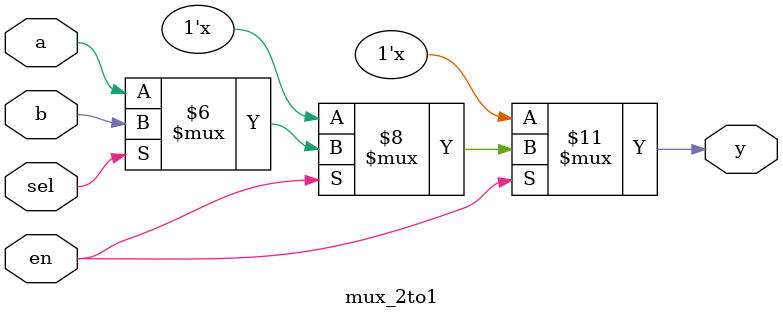
<source format=v>
module mux_2to1 (
    input wire a,
    input wire b,
    input wire en,
    input wire sel,
    output reg y
);

always @(*) begin
    if (en == 1'b1) begin
        if (sel == 1'b0)
            y = a;
        else
            y = b;
    end else begin
        y = 1'bz; // High impedance when not enabled
    end
end

endmodule

</source>
